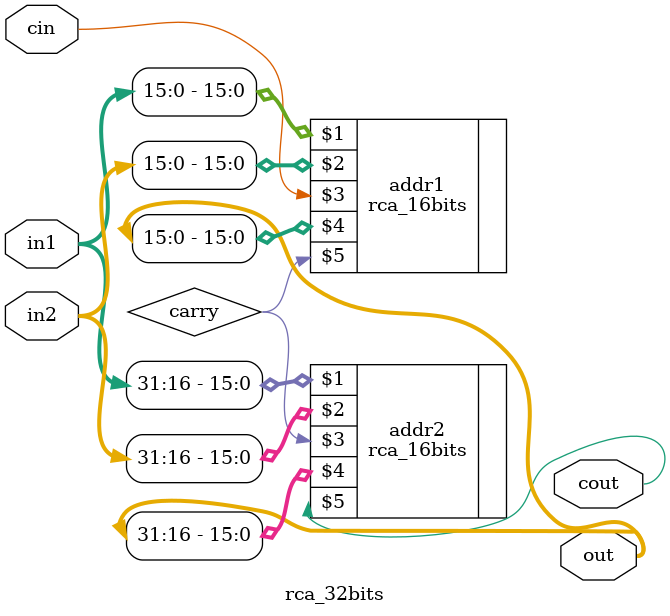
<source format=v>
`timescale 1ns / 1ps
module rca_32bits(input[31:0] in1, input[31:0] in2, input cin, output[31:0] out, output cout);
	wire carry;
	rca_16bits addr1(in1[15:0],in2[15:0],cin,out[15:0],carry);
	rca_16bits addr2(in1[31:16],in2[31:16],carry,out[31:16],cout);
endmodule

</source>
